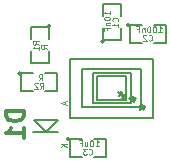
<source format=gbr>
%TF.GenerationSoftware,KiCad,Pcbnew,7.0.7-7.0.7~ubuntu23.04.1*%
%TF.CreationDate,2023-09-17T08:07:36+00:00*%
%TF.ProjectId,CLKGEN02,434c4b47-454e-4303-922e-6b696361645f,rev?*%
%TF.SameCoordinates,Original*%
%TF.FileFunction,Legend,Bot*%
%TF.FilePolarity,Positive*%
%FSLAX46Y46*%
G04 Gerber Fmt 4.6, Leading zero omitted, Abs format (unit mm)*
G04 Created by KiCad (PCBNEW 7.0.7-7.0.7~ubuntu23.04.1) date 2023-09-17 08:07:36*
%MOMM*%
%LPD*%
G01*
G04 APERTURE LIST*
%ADD10C,0.109220*%
%ADD11C,0.304800*%
%ADD12C,0.099060*%
%ADD13C,0.150000*%
G04 APERTURE END LIST*
D10*
X14719650Y26499396D02*
X14743478Y26523224D01*
X14743478Y26523224D02*
X14767305Y26594706D01*
X14767305Y26594706D02*
X14767305Y26642362D01*
X14767305Y26642362D02*
X14743478Y26713845D01*
X14743478Y26713845D02*
X14695822Y26761500D01*
X14695822Y26761500D02*
X14648167Y26785327D01*
X14648167Y26785327D02*
X14552857Y26809155D01*
X14552857Y26809155D02*
X14481374Y26809155D01*
X14481374Y26809155D02*
X14386063Y26785327D01*
X14386063Y26785327D02*
X14338408Y26761500D01*
X14338408Y26761500D02*
X14290753Y26713845D01*
X14290753Y26713845D02*
X14266925Y26642362D01*
X14266925Y26642362D02*
X14266925Y26594706D01*
X14266925Y26594706D02*
X14290753Y26523224D01*
X14290753Y26523224D02*
X14314580Y26499396D01*
X14767305Y26022844D02*
X14767305Y26308775D01*
X14767305Y26165809D02*
X14266925Y26165809D01*
X14266925Y26165809D02*
X14338408Y26213465D01*
X14338408Y26213465D02*
X14386063Y26261120D01*
X14386063Y26261120D02*
X14409891Y26308775D01*
X14068805Y27079121D02*
X14068805Y27365052D01*
X14068805Y27222086D02*
X13568425Y27222086D01*
X13568425Y27222086D02*
X13639908Y27269742D01*
X13639908Y27269742D02*
X13687563Y27317397D01*
X13687563Y27317397D02*
X13711391Y27365052D01*
X13568425Y26769362D02*
X13568425Y26721707D01*
X13568425Y26721707D02*
X13592253Y26674051D01*
X13592253Y26674051D02*
X13616080Y26650224D01*
X13616080Y26650224D02*
X13663736Y26626396D01*
X13663736Y26626396D02*
X13759046Y26602569D01*
X13759046Y26602569D02*
X13878184Y26602569D01*
X13878184Y26602569D02*
X13973495Y26626396D01*
X13973495Y26626396D02*
X14021150Y26650224D01*
X14021150Y26650224D02*
X14044978Y26674051D01*
X14044978Y26674051D02*
X14068805Y26721707D01*
X14068805Y26721707D02*
X14068805Y26769362D01*
X14068805Y26769362D02*
X14044978Y26817017D01*
X14044978Y26817017D02*
X14021150Y26840845D01*
X14021150Y26840845D02*
X13973495Y26864672D01*
X13973495Y26864672D02*
X13878184Y26888500D01*
X13878184Y26888500D02*
X13759046Y26888500D01*
X13759046Y26888500D02*
X13663736Y26864672D01*
X13663736Y26864672D02*
X13616080Y26840845D01*
X13616080Y26840845D02*
X13592253Y26817017D01*
X13592253Y26817017D02*
X13568425Y26769362D01*
X13735218Y26388120D02*
X14068805Y26388120D01*
X13782874Y26388120D02*
X13759046Y26364293D01*
X13759046Y26364293D02*
X13735218Y26316638D01*
X13735218Y26316638D02*
X13735218Y26245155D01*
X13735218Y26245155D02*
X13759046Y26197499D01*
X13759046Y26197499D02*
X13806701Y26173672D01*
X13806701Y26173672D02*
X14068805Y26173672D01*
X13806701Y25768602D02*
X13806701Y25935395D01*
X14068805Y25935395D02*
X13568425Y25935395D01*
X13568425Y25935395D02*
X13568425Y25697119D01*
X17355396Y24904349D02*
X17379224Y24880522D01*
X17379224Y24880522D02*
X17450706Y24856694D01*
X17450706Y24856694D02*
X17498362Y24856694D01*
X17498362Y24856694D02*
X17569845Y24880522D01*
X17569845Y24880522D02*
X17617500Y24928177D01*
X17617500Y24928177D02*
X17641327Y24975832D01*
X17641327Y24975832D02*
X17665155Y25071142D01*
X17665155Y25071142D02*
X17665155Y25142625D01*
X17665155Y25142625D02*
X17641327Y25237936D01*
X17641327Y25237936D02*
X17617500Y25285591D01*
X17617500Y25285591D02*
X17569845Y25333246D01*
X17569845Y25333246D02*
X17498362Y25357074D01*
X17498362Y25357074D02*
X17450706Y25357074D01*
X17450706Y25357074D02*
X17379224Y25333246D01*
X17379224Y25333246D02*
X17355396Y25309419D01*
X17164775Y25309419D02*
X17140947Y25333246D01*
X17140947Y25333246D02*
X17093292Y25357074D01*
X17093292Y25357074D02*
X16974154Y25357074D01*
X16974154Y25357074D02*
X16926499Y25333246D01*
X16926499Y25333246D02*
X16902671Y25309419D01*
X16902671Y25309419D02*
X16878844Y25261763D01*
X16878844Y25261763D02*
X16878844Y25214108D01*
X16878844Y25214108D02*
X16902671Y25142625D01*
X16902671Y25142625D02*
X17188603Y24856694D01*
X17188603Y24856694D02*
X16878844Y24856694D01*
X18173397Y25555194D02*
X18459328Y25555194D01*
X18316362Y25555194D02*
X18316362Y26055574D01*
X18316362Y26055574D02*
X18364018Y25984091D01*
X18364018Y25984091D02*
X18411673Y25936436D01*
X18411673Y25936436D02*
X18459328Y25912608D01*
X17863638Y26055574D02*
X17815983Y26055574D01*
X17815983Y26055574D02*
X17768327Y26031746D01*
X17768327Y26031746D02*
X17744500Y26007919D01*
X17744500Y26007919D02*
X17720672Y25960263D01*
X17720672Y25960263D02*
X17696845Y25864953D01*
X17696845Y25864953D02*
X17696845Y25745815D01*
X17696845Y25745815D02*
X17720672Y25650504D01*
X17720672Y25650504D02*
X17744500Y25602849D01*
X17744500Y25602849D02*
X17768327Y25579022D01*
X17768327Y25579022D02*
X17815983Y25555194D01*
X17815983Y25555194D02*
X17863638Y25555194D01*
X17863638Y25555194D02*
X17911293Y25579022D01*
X17911293Y25579022D02*
X17935121Y25602849D01*
X17935121Y25602849D02*
X17958948Y25650504D01*
X17958948Y25650504D02*
X17982776Y25745815D01*
X17982776Y25745815D02*
X17982776Y25864953D01*
X17982776Y25864953D02*
X17958948Y25960263D01*
X17958948Y25960263D02*
X17935121Y26007919D01*
X17935121Y26007919D02*
X17911293Y26031746D01*
X17911293Y26031746D02*
X17863638Y26055574D01*
X17387086Y26055574D02*
X17339431Y26055574D01*
X17339431Y26055574D02*
X17291775Y26031746D01*
X17291775Y26031746D02*
X17267948Y26007919D01*
X17267948Y26007919D02*
X17244120Y25960263D01*
X17244120Y25960263D02*
X17220293Y25864953D01*
X17220293Y25864953D02*
X17220293Y25745815D01*
X17220293Y25745815D02*
X17244120Y25650504D01*
X17244120Y25650504D02*
X17267948Y25602849D01*
X17267948Y25602849D02*
X17291775Y25579022D01*
X17291775Y25579022D02*
X17339431Y25555194D01*
X17339431Y25555194D02*
X17387086Y25555194D01*
X17387086Y25555194D02*
X17434741Y25579022D01*
X17434741Y25579022D02*
X17458569Y25602849D01*
X17458569Y25602849D02*
X17482396Y25650504D01*
X17482396Y25650504D02*
X17506224Y25745815D01*
X17506224Y25745815D02*
X17506224Y25864953D01*
X17506224Y25864953D02*
X17482396Y25960263D01*
X17482396Y25960263D02*
X17458569Y26007919D01*
X17458569Y26007919D02*
X17434741Y26031746D01*
X17434741Y26031746D02*
X17387086Y26055574D01*
X17005844Y25888781D02*
X17005844Y25555194D01*
X17005844Y25841125D02*
X16982017Y25864953D01*
X16982017Y25864953D02*
X16934362Y25888781D01*
X16934362Y25888781D02*
X16862879Y25888781D01*
X16862879Y25888781D02*
X16815223Y25864953D01*
X16815223Y25864953D02*
X16791396Y25817298D01*
X16791396Y25817298D02*
X16791396Y25555194D01*
X16386326Y25817298D02*
X16553119Y25817298D01*
X16553119Y25555194D02*
X16553119Y26055574D01*
X16553119Y26055574D02*
X16314843Y26055574D01*
X12275396Y15252349D02*
X12299224Y15228522D01*
X12299224Y15228522D02*
X12370706Y15204694D01*
X12370706Y15204694D02*
X12418362Y15204694D01*
X12418362Y15204694D02*
X12489845Y15228522D01*
X12489845Y15228522D02*
X12537500Y15276177D01*
X12537500Y15276177D02*
X12561327Y15323832D01*
X12561327Y15323832D02*
X12585155Y15419142D01*
X12585155Y15419142D02*
X12585155Y15490625D01*
X12585155Y15490625D02*
X12561327Y15585936D01*
X12561327Y15585936D02*
X12537500Y15633591D01*
X12537500Y15633591D02*
X12489845Y15681246D01*
X12489845Y15681246D02*
X12418362Y15705074D01*
X12418362Y15705074D02*
X12370706Y15705074D01*
X12370706Y15705074D02*
X12299224Y15681246D01*
X12299224Y15681246D02*
X12275396Y15657419D01*
X12108603Y15705074D02*
X11798844Y15705074D01*
X11798844Y15705074D02*
X11965637Y15514453D01*
X11965637Y15514453D02*
X11894154Y15514453D01*
X11894154Y15514453D02*
X11846499Y15490625D01*
X11846499Y15490625D02*
X11822671Y15466798D01*
X11822671Y15466798D02*
X11798844Y15419142D01*
X11798844Y15419142D02*
X11798844Y15300004D01*
X11798844Y15300004D02*
X11822671Y15252349D01*
X11822671Y15252349D02*
X11846499Y15228522D01*
X11846499Y15228522D02*
X11894154Y15204694D01*
X11894154Y15204694D02*
X12037120Y15204694D01*
X12037120Y15204694D02*
X12084775Y15228522D01*
X12084775Y15228522D02*
X12108603Y15252349D01*
X12855121Y15903194D02*
X13141052Y15903194D01*
X12998086Y15903194D02*
X12998086Y16403574D01*
X12998086Y16403574D02*
X13045742Y16332091D01*
X13045742Y16332091D02*
X13093397Y16284436D01*
X13093397Y16284436D02*
X13141052Y16260608D01*
X12545362Y16403574D02*
X12497707Y16403574D01*
X12497707Y16403574D02*
X12450051Y16379746D01*
X12450051Y16379746D02*
X12426224Y16355919D01*
X12426224Y16355919D02*
X12402396Y16308263D01*
X12402396Y16308263D02*
X12378569Y16212953D01*
X12378569Y16212953D02*
X12378569Y16093815D01*
X12378569Y16093815D02*
X12402396Y15998504D01*
X12402396Y15998504D02*
X12426224Y15950849D01*
X12426224Y15950849D02*
X12450051Y15927022D01*
X12450051Y15927022D02*
X12497707Y15903194D01*
X12497707Y15903194D02*
X12545362Y15903194D01*
X12545362Y15903194D02*
X12593017Y15927022D01*
X12593017Y15927022D02*
X12616845Y15950849D01*
X12616845Y15950849D02*
X12640672Y15998504D01*
X12640672Y15998504D02*
X12664500Y16093815D01*
X12664500Y16093815D02*
X12664500Y16212953D01*
X12664500Y16212953D02*
X12640672Y16308263D01*
X12640672Y16308263D02*
X12616845Y16355919D01*
X12616845Y16355919D02*
X12593017Y16379746D01*
X12593017Y16379746D02*
X12545362Y16403574D01*
X11949672Y16236781D02*
X11949672Y15903194D01*
X12164120Y16236781D02*
X12164120Y15974677D01*
X12164120Y15974677D02*
X12140293Y15927022D01*
X12140293Y15927022D02*
X12092638Y15903194D01*
X12092638Y15903194D02*
X12021155Y15903194D01*
X12021155Y15903194D02*
X11973499Y15927022D01*
X11973499Y15927022D02*
X11949672Y15950849D01*
X11544602Y16165298D02*
X11711395Y16165298D01*
X11711395Y15903194D02*
X11711395Y16403574D01*
X11711395Y16403574D02*
X11473119Y16403574D01*
D11*
X6785181Y18904856D02*
X5261181Y18904856D01*
X5261181Y18904856D02*
X5261181Y18541999D01*
X5261181Y18541999D02*
X5333752Y18324285D01*
X5333752Y18324285D02*
X5478895Y18179142D01*
X5478895Y18179142D02*
X5624038Y18106571D01*
X5624038Y18106571D02*
X5914324Y18033999D01*
X5914324Y18033999D02*
X6132038Y18033999D01*
X6132038Y18033999D02*
X6422324Y18106571D01*
X6422324Y18106571D02*
X6567467Y18179142D01*
X6567467Y18179142D02*
X6712610Y18324285D01*
X6712610Y18324285D02*
X6785181Y18541999D01*
X6785181Y18541999D02*
X6785181Y18904856D01*
X6785181Y16582571D02*
X6785181Y17453428D01*
X6785181Y17017999D02*
X5261181Y17017999D01*
X5261181Y17017999D02*
X5478895Y17163142D01*
X5478895Y17163142D02*
X5624038Y17308285D01*
X5624038Y17308285D02*
X5696610Y17453428D01*
D12*
X10268767Y19699997D02*
X10268767Y19461721D01*
X10411733Y19747652D02*
X9911353Y19580859D01*
X9911353Y19580859D02*
X10411733Y19414066D01*
X10411733Y16110191D02*
X9911353Y16110191D01*
X10411733Y15824260D02*
X10125802Y16038709D01*
X9911353Y15824260D02*
X10197285Y16110191D01*
D10*
X8036305Y24530896D02*
X7798029Y24697689D01*
X8036305Y24816827D02*
X7535925Y24816827D01*
X7535925Y24816827D02*
X7535925Y24626206D01*
X7535925Y24626206D02*
X7559753Y24578551D01*
X7559753Y24578551D02*
X7583580Y24554724D01*
X7583580Y24554724D02*
X7631236Y24530896D01*
X7631236Y24530896D02*
X7702718Y24530896D01*
X7702718Y24530896D02*
X7750374Y24554724D01*
X7750374Y24554724D02*
X7774201Y24578551D01*
X7774201Y24578551D02*
X7798029Y24626206D01*
X7798029Y24626206D02*
X7798029Y24816827D01*
X8036305Y24054344D02*
X8036305Y24340275D01*
X8036305Y24197309D02*
X7535925Y24197309D01*
X7535925Y24197309D02*
X7607408Y24244965D01*
X7607408Y24244965D02*
X7655063Y24292620D01*
X7655063Y24292620D02*
X7678891Y24340275D01*
X8734805Y24165620D02*
X8496529Y24332413D01*
X8734805Y24451551D02*
X8234425Y24451551D01*
X8234425Y24451551D02*
X8234425Y24260930D01*
X8234425Y24260930D02*
X8258253Y24213275D01*
X8258253Y24213275D02*
X8282080Y24189448D01*
X8282080Y24189448D02*
X8329736Y24165620D01*
X8329736Y24165620D02*
X8401218Y24165620D01*
X8401218Y24165620D02*
X8448874Y24189448D01*
X8448874Y24189448D02*
X8472701Y24213275D01*
X8472701Y24213275D02*
X8496529Y24260930D01*
X8496529Y24260930D02*
X8496529Y24451551D01*
X8147896Y20792694D02*
X8314689Y21030970D01*
X8433827Y20792694D02*
X8433827Y21293074D01*
X8433827Y21293074D02*
X8243206Y21293074D01*
X8243206Y21293074D02*
X8195551Y21269246D01*
X8195551Y21269246D02*
X8171724Y21245419D01*
X8171724Y21245419D02*
X8147896Y21197763D01*
X8147896Y21197763D02*
X8147896Y21126281D01*
X8147896Y21126281D02*
X8171724Y21078625D01*
X8171724Y21078625D02*
X8195551Y21054798D01*
X8195551Y21054798D02*
X8243206Y21030970D01*
X8243206Y21030970D02*
X8433827Y21030970D01*
X7957275Y21245419D02*
X7933447Y21269246D01*
X7933447Y21269246D02*
X7885792Y21293074D01*
X7885792Y21293074D02*
X7766654Y21293074D01*
X7766654Y21293074D02*
X7718999Y21269246D01*
X7718999Y21269246D02*
X7695171Y21245419D01*
X7695171Y21245419D02*
X7671344Y21197763D01*
X7671344Y21197763D02*
X7671344Y21150108D01*
X7671344Y21150108D02*
X7695171Y21078625D01*
X7695171Y21078625D02*
X7981103Y20792694D01*
X7981103Y20792694D02*
X7671344Y20792694D01*
X8036620Y21491194D02*
X8203413Y21729470D01*
X8322551Y21491194D02*
X8322551Y21991574D01*
X8322551Y21991574D02*
X8131930Y21991574D01*
X8131930Y21991574D02*
X8084275Y21967746D01*
X8084275Y21967746D02*
X8060448Y21943919D01*
X8060448Y21943919D02*
X8036620Y21896263D01*
X8036620Y21896263D02*
X8036620Y21824781D01*
X8036620Y21824781D02*
X8060448Y21777125D01*
X8060448Y21777125D02*
X8084275Y21753298D01*
X8084275Y21753298D02*
X8131930Y21729470D01*
X8131930Y21729470D02*
X8322551Y21729470D01*
D13*
X15963899Y20179380D02*
X15963899Y19941285D01*
X16201994Y20036523D02*
X15963899Y19941285D01*
X15963899Y19941285D02*
X15725804Y20036523D01*
X16106756Y19750809D02*
X15963899Y19941285D01*
X15963899Y19941285D02*
X15821042Y19750809D01*
X16802099Y19468180D02*
X16802099Y19230085D01*
X17040194Y19325323D02*
X16802099Y19230085D01*
X16802099Y19230085D02*
X16564004Y19325323D01*
X16944956Y19039609D02*
X16802099Y19230085D01*
X16802099Y19230085D02*
X16659242Y19039609D01*
X16027399Y20166680D02*
X16027399Y19928585D01*
X16265494Y20023823D02*
X16027399Y19928585D01*
X16027399Y19928585D02*
X15789304Y20023823D01*
X16170256Y19738109D02*
X16027399Y19928585D01*
X16027399Y19928585D02*
X15884542Y19738109D01*
X15227299Y20369880D02*
X15227299Y20131785D01*
X15465394Y20227023D02*
X15227299Y20131785D01*
X15227299Y20131785D02*
X14989204Y20227023D01*
X15370156Y19941309D02*
X15227299Y20131785D01*
X15227299Y20131785D02*
X15084442Y19941309D01*
X15989299Y20090480D02*
X15989299Y19852385D01*
X16227394Y19947623D02*
X15989299Y19852385D01*
X15989299Y19852385D02*
X15751204Y19947623D01*
X16132156Y19661909D02*
X15989299Y19852385D01*
X15989299Y19852385D02*
X15846442Y19661909D01*
X16802099Y19391980D02*
X16802099Y19153885D01*
X17040194Y19249123D02*
X16802099Y19153885D01*
X16802099Y19153885D02*
X16564004Y19249123D01*
X16944956Y18963409D02*
X16802099Y19153885D01*
X16802099Y19153885D02*
X16659242Y18963409D01*
X14973299Y20611180D02*
X14973299Y20373085D01*
X15211394Y20468323D02*
X14973299Y20373085D01*
X14973299Y20373085D02*
X14735204Y20468323D01*
X15116156Y20182609D02*
X14973299Y20373085D01*
X14973299Y20373085D02*
X14830442Y20182609D01*
%TO.C,C1*%
X13462000Y24892000D02*
X14986000Y24892000D01*
X14986000Y24892000D02*
X14986000Y25908000D01*
X13462000Y25908000D02*
X13462000Y24892000D01*
X14986000Y26924000D02*
X14986000Y27940000D01*
X13462000Y27940000D02*
X13462000Y26924000D01*
X14986000Y27940000D02*
X13462000Y27940000D01*
X13589000Y24765000D02*
G75*
G03*
X13589000Y24765000I-127000J0D01*
G01*
%TO.C,C2*%
X15748000Y26162000D02*
X15748000Y24638000D01*
X15748000Y24638000D02*
X16764000Y24638000D01*
X16764000Y26162000D02*
X15748000Y26162000D01*
X17780000Y24638000D02*
X18796000Y24638000D01*
X18796000Y26162000D02*
X17780000Y26162000D01*
X18796000Y24638000D02*
X18796000Y26162000D01*
X15748000Y26162000D02*
G75*
G03*
X15748000Y26162000I-127000J0D01*
G01*
%TO.C,C3*%
X10668000Y16510000D02*
X10668000Y14986000D01*
X10668000Y14986000D02*
X11684000Y14986000D01*
X11684000Y16510000D02*
X10668000Y16510000D01*
X12700000Y14986000D02*
X13716000Y14986000D01*
X13716000Y16510000D02*
X12700000Y16510000D01*
X13716000Y14986000D02*
X13716000Y16510000D01*
X10668000Y16510000D02*
G75*
G03*
X10668000Y16510000I-127000J0D01*
G01*
%TO.C,D1*%
X9636760Y18130520D02*
X8636000Y17129760D01*
X7635240Y18130520D02*
X9636760Y18130520D01*
X8686800Y17129760D02*
X7635240Y18130520D01*
X7586980Y17129760D02*
X9685020Y17129760D01*
%TO.C,R1*%
X8890000Y25971500D02*
X7366000Y25971500D01*
X7366000Y25971500D02*
X7366000Y24955500D01*
X8890000Y24955500D02*
X8890000Y25971500D01*
X7366000Y23939500D02*
X7366000Y22923500D01*
X8890000Y22923500D02*
X8890000Y23939500D01*
X7366000Y22923500D02*
X8890000Y22923500D01*
X9017000Y26098500D02*
G75*
G03*
X9017000Y26098500I-127000J0D01*
G01*
%TO.C,R2*%
X6540500Y22098000D02*
X6540500Y20574000D01*
X6540500Y20574000D02*
X7556500Y20574000D01*
X7556500Y22098000D02*
X6540500Y22098000D01*
X8572500Y20574000D02*
X9588500Y20574000D01*
X9588500Y22098000D02*
X8572500Y22098000D01*
X9588500Y20574000D02*
X9588500Y22098000D01*
X6540500Y22098000D02*
G75*
G03*
X6540500Y22098000I-127000J0D01*
G01*
%TO.C,X1*%
X16724000Y19228000D02*
X16724000Y22428000D01*
X16724000Y22428000D02*
X11724000Y22428000D01*
X11724000Y19228000D02*
X16724000Y19228000D01*
X11724000Y22428000D02*
X11724000Y19228000D01*
%TO.C,X2*%
X17724000Y18328000D02*
X17724000Y23328000D01*
X17724000Y23328000D02*
X10724000Y23328000D01*
X10724000Y18328000D02*
X17724000Y18328000D01*
X10724000Y23328000D02*
X10724000Y18328000D01*
%TO.C,X3*%
X16724000Y19228000D02*
X16724000Y22428000D01*
X16724000Y22428000D02*
X11724000Y22428000D01*
X11724000Y19228000D02*
X16724000Y19228000D01*
X11724000Y22428000D02*
X11724000Y19228000D01*
%TO.C,X4*%
X15824000Y19578000D02*
X15824000Y22078000D01*
X15824000Y22078000D02*
X12624000Y22078000D01*
X12624000Y19578000D02*
X15824000Y19578000D01*
X12624000Y22078000D02*
X12624000Y19578000D01*
%TO.C,X6*%
X16724000Y19228000D02*
X16724000Y22428000D01*
X16724000Y22428000D02*
X11724000Y22428000D01*
X11724000Y19228000D02*
X16724000Y19228000D01*
X11724000Y22428000D02*
X11724000Y19228000D01*
%TO.C,X7*%
X17724000Y18328000D02*
X17724000Y23328000D01*
X17724000Y23328000D02*
X10724000Y23328000D01*
X10724000Y18328000D02*
X17724000Y18328000D01*
X10724000Y23328000D02*
X10724000Y18328000D01*
%TO.C,X8*%
X15474000Y19828000D02*
X15474000Y21828000D01*
X15474000Y21828000D02*
X12974000Y21828000D01*
X12974000Y19828000D02*
X15474000Y19828000D01*
X12974000Y21828000D02*
X12974000Y19828000D01*
%TD*%
M02*

</source>
